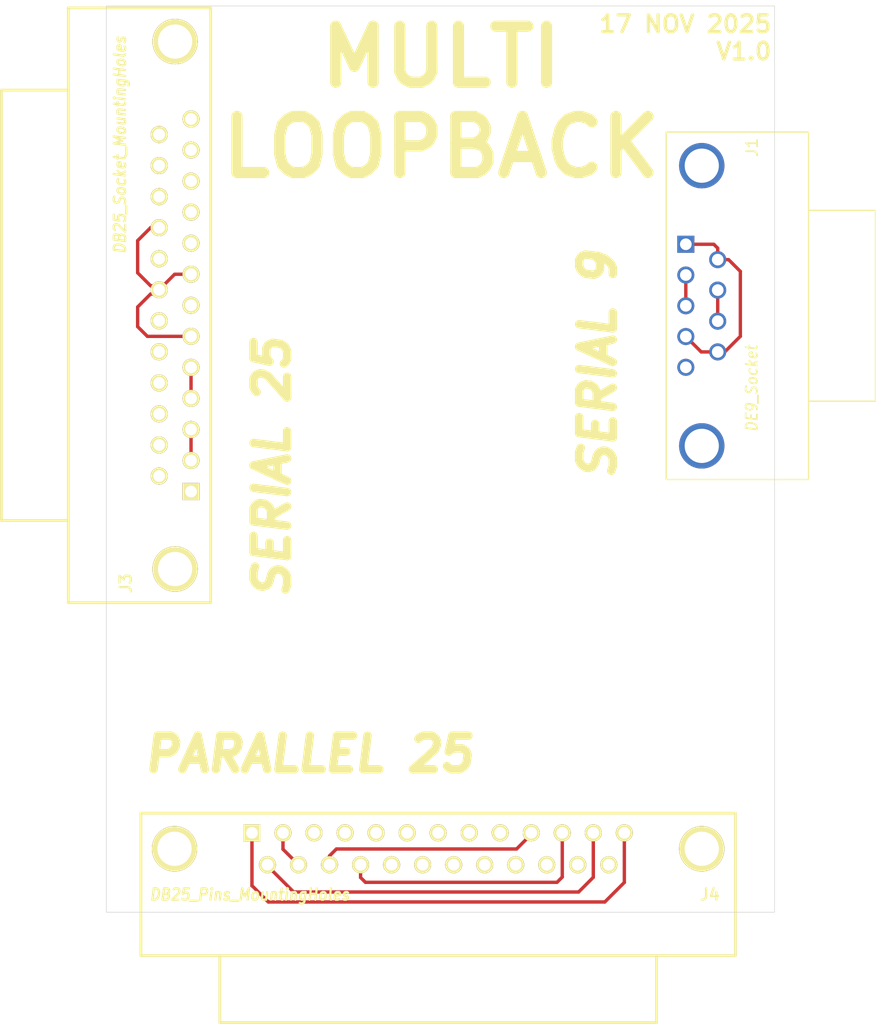
<source format=kicad_pcb>
(kicad_pcb (version 20241229) (generator "pcbnew") (generator_version "9.0")
  (layers (0 "F.Cu" signal) (2 "B.Cu" signal) (13 "F.Paste" user) (15 "B.Paste" user) (5 "F.SilkS" user "F.Silkscreen") (7 "B.SilkS" user "B.Silkscreen") (1 "F.Mask" user) (3 "B.Mask" user) (25 "Edge.Cuts" user))
  (net 0 "")
  (net 2 "Net-(J1-Pad1)")
  (net 3 "Net-(J1-Pad2)")
  (net 5 "Net-(J1-Pad7)")
  (net 12 "Net-(J3-P20)")
  (net 24 "Net-(J3-Pad2)")
  (net 25 "Net-(J3-Pad4)")
  (net 30 "Net-(J4-Pad1)")
  (net 31 "Net-(J4-P17)")
  (net 33 "Net-(J4-P16)")
  (net 37 "Net-(J4-P15)")
  (net 38 "Net-(J4-P14)")
  (footprint "Neils3:Conn_Dsub_DE9F" (layer "F.Cu") (at 129.3495 47.593 -90)
    (property "Reference" "J1" (at -14.1158 -4.4831 270) (layer "F.SilkS"))
    (property "Value" "DE9_Socket" (at 7.3726 -4.4577 270) (layer "F.SilkS") (effects (font (size 1 0.9) (thickness 0.15) (italic yes))))
    (fp_line (start -15.494 3.175) (end 15.494 3.175) (stroke (width 0.12)) (layer "F.SilkS"))
    (fp_line (start -15.494 3.175) (end -15.494 -9.525) (stroke (width 0.12)) (layer "F.SilkS"))
    (fp_line (start -15.494 -9.525) (end 15.494 -9.525) (stroke (width 0.12)) (layer "F.SilkS"))
    (fp_line (start -8.509 -9.525) (end -8.509 -15.494) (stroke (width 0.12)) (layer "F.SilkS"))
    (fp_line (start 15.494 -9.525) (end 15.494 3.175) (stroke (width 0.12)) (layer "F.SilkS"))
    (fp_line (start -8.509 -15.494) (end 8.509 -15.494) (stroke (width 0.12)) (layer "F.SilkS"))
    (fp_line (start 8.509 -15.494) (end 8.509 -9.525) (stroke (width 0.12)) (layer "F.SilkS"))
    (pad "0" thru_hole circle (at -12.49426 0 270) (size 4.04876 4.04876) (drill 3.05054) (layers "*.Cu" "*.Mask"))
    (pad "0" thru_hole circle (at 12.49426 0 270) (size 4.04876 4.04876) (drill 3.05054) (layers "*.Cu" "*.Mask"))
    (pad "1" thru_hole rect (at -5.4864 1.4224 270) (size 1.524 1.524) (drill 1.0414) (layers "*.Cu" "*.Mask") (net 2 "Net-(J1-Pad1)"))
    (pad "2" thru_hole circle (at -2.7432 1.4224 270) (size 1.524 1.524) (drill 1.0414) (layers "*.Cu" "*.Mask") (net 3 "Net-(J1-Pad2)"))
    (pad "3" thru_hole circle (at 0 1.4224 270) (size 1.524 1.524) (drill 1.0414) (layers "*.Cu" "*.Mask") (net 3 "Net-(J1-Pad2)"))
    (pad "4" thru_hole circle (at 2.7432 1.4224 270) (size 1.524 1.524) (drill 1.0414) (layers "*.Cu" "*.Mask") (net 2 "Net-(J1-Pad1)"))
    (pad "5" thru_hole circle (at 5.4864 1.4224 270) (size 1.524 1.524) (drill 1.0414) (layers "*.Cu" "*.Mask"))
    (pad "6" thru_hole circle (at -4.1148 -1.4224 270) (size 1.524 1.524) (drill 1.0414) (layers "*.Cu" "*.Mask") (net 2 "Net-(J1-Pad1)"))
    (pad "7" thru_hole circle (at -1.397 -1.4224 270) (size 1.524 1.524) (drill 1.0414) (layers "*.Cu" "*.Mask") (net 5 "Net-(J1-Pad7)"))
    (pad "8" thru_hole circle (at 1.3716 -1.4224 270) (size 1.524 1.524) (drill 1.0414) (layers "*.Cu" "*.Mask") (net 5 "Net-(J1-Pad7)"))
    (pad "9" thru_hole circle (at 4.1148 -1.4224 270) (size 1.524 1.524) (drill 1.0414) (layers "*.Cu" "*.Mask") (net 2 "Net-(J1-Pad1)"))
  )
  (footprint "Neils3:Conn_Dsub_DB25M" (layer "F.Cu") (at 105.8291 96.0184 180)
    (property "Reference" "J4" (at -24.2443 -4.083 0) (layer "F.SilkS") (effects (font (size 1.016 1.016) (thickness 0.2032))))
    (property "Value" "DB25_Pins_MountingHoles" (at 16.8021 -4.083 0) (layer "F.SilkS") (effects (font (size 1.016 0.9144) (thickness 0.2032) (italic yes))))
    (fp_line (start 26.52 -9.525) (end 26.52 3.175) (stroke (width 0.254)) (layer "F.SilkS"))
    (fp_line (start 19.48 -15.494) (end 19.48 -9.525) (stroke (width 0.254)) (layer "F.SilkS"))
    (fp_line (start -19.48 -9.525) (end -19.48 -15.494) (stroke (width 0.254)) (layer "F.SilkS"))
    (fp_line (start -19.48 -15.494) (end 19.48 -15.494) (stroke (width 0.254)) (layer "F.SilkS"))
    (fp_line (start -26.52 3.175) (end 26.52 3.175) (stroke (width 0.254)) (layer "F.SilkS"))
    (fp_line (start -26.52 3.175) (end -26.52 -9.525) (stroke (width 0.254)) (layer "F.SilkS"))
    (fp_line (start -26.52 -9.525) (end 26.52 -9.525) (stroke (width 0.254)) (layer "F.SilkS"))
    (pad "1" thru_hole rect (at 16.6116 1.4224 180) (size 1.524 1.524) (drill 1.0414) (layers "*.Cu" "*.Mask" "F.SilkS") (net 30 "Net-(J4-Pad1)"))
    (pad "2" thru_hole circle (at 13.843 1.4224 180) (size 1.524 1.524) (drill 1.0414) (layers "*.Cu" "*.Mask" "F.SilkS") (net 37 "Net-(J4-P15)"))
    (pad "3" thru_hole circle (at 11.0744 1.4224 180) (size 1.524 1.524) (drill 1.0414) (layers "*.Cu" "*.Mask" "F.SilkS"))
    (pad "4" thru_hole circle (at 8.3058 1.4224 180) (size 1.524 1.524) (drill 1.0414) (layers "*.Cu" "*.Mask" "F.SilkS"))
    (pad "5" thru_hole circle (at 5.5372 1.4224 180) (size 1.524 1.524) (drill 1.0414) (layers "*.Cu" "*.Mask" "F.SilkS"))
    (pad "6" thru_hole circle (at 2.7686 1.4224 180) (size 1.524 1.524) (drill 1.0414) (layers "*.Cu" "*.Mask" "F.SilkS"))
    (pad "7" thru_hole circle (at 0 1.4224 180) (size 1.524 1.524) (drill 1.0414) (layers "*.Cu" "*.Mask" "F.SilkS"))
    (pad "8" thru_hole circle (at -2.7686 1.4224 180) (size 1.524 1.524) (drill 1.0414) (layers "*.Cu" "*.Mask" "F.SilkS"))
    (pad "9" thru_hole circle (at -5.5372 1.4224 180) (size 1.524 1.524) (drill 1.0414) (layers "*.Cu" "*.Mask" "F.SilkS"))
    (pad "10" thru_hole circle (at -8.3058 1.4224 180) (size 1.524 1.524) (drill 1.0414) (layers "*.Cu" "*.Mask" "F.SilkS") (net 33 "Net-(J4-P16)"))
    (pad "11" thru_hole circle (at -11.0744 1.4224 180) (size 1.524 1.524) (drill 1.0414) (layers "*.Cu" "*.Mask" "F.SilkS") (net 31 "Net-(J4-P17)"))
    (pad "12" thru_hole circle (at -13.843 1.4224 180) (size 1.524 1.524) (drill 1.0414) (layers "*.Cu" "*.Mask" "F.SilkS") (net 38 "Net-(J4-P14)"))
    (pad "13" thru_hole circle (at -16.6116 1.4224 180) (size 1.524 1.524) (drill 1.0414) (layers "*.Cu" "*.Mask" "F.SilkS") (net 30 "Net-(J4-Pad1)"))
    (pad "14" thru_hole circle (at 15.2273 -1.4224 180) (size 1.524 1.524) (drill 1.0414) (layers "*.Cu" "*.Mask" "F.SilkS") (net 38 "Net-(J4-P14)"))
    (pad "15" thru_hole circle (at 12.4587 -1.4224 180) (size 1.524 1.524) (drill 1.0414) (layers "*.Cu" "*.Mask" "F.SilkS") (net 37 "Net-(J4-P15)"))
    (pad "16" thru_hole circle (at 9.6901 -1.4224 180) (size 1.524 1.524) (drill 1.0414) (layers "*.Cu" "*.Mask" "F.SilkS") (net 33 "Net-(J4-P16)"))
    (pad "17" thru_hole circle (at 6.9215 -1.4224 180) (size 1.524 1.524) (drill 1.0414) (layers "*.Cu" "*.Mask" "F.SilkS") (net 31 "Net-(J4-P17)"))
    (pad "18" thru_hole circle (at 4.1529 -1.4224 180) (size 1.524 1.524) (drill 1.0414) (layers "*.Cu" "*.Mask" "F.SilkS"))
    (pad "19" thru_hole circle (at 1.3843 -1.4224 180) (size 1.524 1.524) (drill 1.0414) (layers "*.Cu" "*.Mask" "F.SilkS"))
    (pad "20" thru_hole circle (at -1.3843 -1.4224 180) (size 1.524 1.524) (drill 1.0414) (layers "*.Cu" "*.Mask" "F.SilkS"))
    (pad "21" thru_hole circle (at -4.1529 -1.4224 180) (size 1.524 1.524) (drill 1.0414) (layers "*.Cu" "*.Mask" "F.SilkS"))
    (pad "22" thru_hole circle (at -6.9215 -1.4224 180) (size 1.524 1.524) (drill 1.0414) (layers "*.Cu" "*.Mask" "F.SilkS"))
    (pad "23" thru_hole circle (at -9.6901 -1.4224 180) (size 1.524 1.524) (drill 1.0414) (layers "*.Cu" "*.Mask" "F.SilkS"))
    (pad "24" thru_hole circle (at -12.4587 -1.4224 180) (size 1.524 1.524) (drill 1.0414) (layers "*.Cu" "*.Mask" "F.SilkS"))
    (pad "25" thru_hole circle (at -15.2273 -1.4224 180) (size 1.524 1.524) (drill 1.0414) (layers "*.Cu" "*.Mask" "F.SilkS"))
    (pad "GND" thru_hole circle (at -23.52 0 180) (size 4.04876 4.04876) (drill 3.05054) (layers "*.Cu" "*.Mask" "F.SilkS"))
    (pad "GND" thru_hole circle (at 23.52 0 180) (size 4.04876 4.04876) (drill 3.05054) (layers "*.Cu" "*.Mask" "F.SilkS"))
  )
  (footprint "Neils3:Conn_Dsub_DB25F" (layer "F.Cu") (at 82.3595 47.5488 90)
    (property "Reference" "J3" (at -24.7904 -4.4069 90) (layer "F.SilkS") (effects (font (size 1.016 1.016) (thickness 0.2032))))
    (property "Value" "DB25_Socket_MountingHoles" (at 14.3256 -4.9149 90) (layer "F.SilkS") (effects (font (size 1.016 0.9144) (thickness 0.2032) (italic yes))))
    (fp_line (start 19.19 -15.494) (end 19.19 -9.525) (stroke (width 0.254)) (layer "F.SilkS"))
    (fp_line (start -19.19 -15.494) (end 19.19 -15.494) (stroke (width 0.254)) (layer "F.SilkS"))
    (fp_line (start 26.52 -9.525) (end 26.52 3.175) (stroke (width 0.254)) (layer "F.SilkS"))
    (fp_line (start -19.19 -9.525) (end -19.19 -15.494) (stroke (width 0.254)) (layer "F.SilkS"))
    (fp_line (start -26.52 -9.525) (end 26.52 -9.525) (stroke (width 0.254)) (layer "F.SilkS"))
    (fp_line (start -26.52 3.175) (end -26.52 -9.525) (stroke (width 0.254)) (layer "F.SilkS"))
    (fp_line (start -26.52 3.175) (end 26.52 3.175) (stroke (width 0.254)) (layer "F.SilkS"))
    (pad "1" thru_hole rect (at -16.6116 1.4224 90) (size 1.524 1.524) (drill 1.0414) (layers "*.Cu" "*.Mask" "F.SilkS"))
    (pad "2" thru_hole circle (at -13.843 1.4224 90) (size 1.524 1.524) (drill 1.0414) (layers "*.Cu" "*.Mask" "F.SilkS") (net 24 "Net-(J3-Pad2)"))
    (pad "3" thru_hole circle (at -11.0744 1.4224 90) (size 1.524 1.524) (drill 1.0414) (layers "*.Cu" "*.Mask" "F.SilkS") (net 24 "Net-(J3-Pad2)"))
    (pad "4" thru_hole circle (at -8.3058 1.4224 90) (size 1.524 1.524) (drill 1.0414) (layers "*.Cu" "*.Mask" "F.SilkS") (net 25 "Net-(J3-Pad4)"))
    (pad "5" thru_hole circle (at -5.5372 1.4224 90) (size 1.524 1.524) (drill 1.0414) (layers "*.Cu" "*.Mask" "F.SilkS") (net 25 "Net-(J3-Pad4)"))
    (pad "6" thru_hole circle (at -2.7686 1.4224 90) (size 1.524 1.524) (drill 1.0414) (layers "*.Cu" "*.Mask" "F.SilkS") (net 12 "Net-(J3-P20)"))
    (pad "7" thru_hole circle (at 0 1.4224 90) (size 1.524 1.524) (drill 1.0414) (layers "*.Cu" "*.Mask" "F.SilkS"))
    (pad "8" thru_hole circle (at 2.7686 1.4224 90) (size 1.524 1.524) (drill 1.0414) (layers "*.Cu" "*.Mask" "F.SilkS") (net 12 "Net-(J3-P20)"))
    (pad "9" thru_hole circle (at 5.5372 1.4224 90) (size 1.524 1.524) (drill 1.0414) (layers "*.Cu" "*.Mask" "F.SilkS"))
    (pad "10" thru_hole circle (at 8.3058 1.4224 90) (size 1.524 1.524) (drill 1.0414) (layers "*.Cu" "*.Mask" "F.SilkS"))
    (pad "11" thru_hole circle (at 11.0744 1.4224 90) (size 1.524 1.524) (drill 1.0414) (layers "*.Cu" "*.Mask" "F.SilkS"))
    (pad "12" thru_hole circle (at 13.843 1.4224 90) (size 1.524 1.524) (drill 1.0414) (layers "*.Cu" "*.Mask" "F.SilkS"))
    (pad "13" thru_hole circle (at 16.6116 1.4224 90) (size 1.524 1.524) (drill 1.0414) (layers "*.Cu" "*.Mask" "F.SilkS"))
    (pad "14" thru_hole circle (at -15.2273 -1.4224 90) (size 1.524 1.524) (drill 1.0414) (layers "*.Cu" "*.Mask" "F.SilkS"))
    (pad "15" thru_hole circle (at -12.4587 -1.4224 90) (size 1.524 1.524) (drill 1.0414) (layers "*.Cu" "*.Mask" "F.SilkS"))
    (pad "16" thru_hole circle (at -9.6901 -1.4224 90) (size 1.524 1.524) (drill 1.0414) (layers "*.Cu" "*.Mask" "F.SilkS"))
    (pad "17" thru_hole circle (at -6.9215 -1.4224 90) (size 1.524 1.524) (drill 1.0414) (layers "*.Cu" "*.Mask" "F.SilkS"))
    (pad "18" thru_hole circle (at -4.1529 -1.4224 90) (size 1.524 1.524) (drill 1.0414) (layers "*.Cu" "*.Mask" "F.SilkS"))
    (pad "19" thru_hole circle (at -1.3843 -1.4224 90) (size 1.524 1.524) (drill 1.0414) (layers "*.Cu" "*.Mask" "F.SilkS"))
    (pad "20" thru_hole circle (at 1.3843 -1.4224 90) (size 1.524 1.524) (drill 1.0414) (layers "*.Cu" "*.Mask" "F.SilkS") (net 12 "Net-(J3-P20)"))
    (pad "21" thru_hole circle (at 4.1529 -1.4224 90) (size 1.524 1.524) (drill 1.0414) (layers "*.Cu" "*.Mask" "F.SilkS"))
    (pad "22" thru_hole circle (at 6.9215 -1.4224 90) (size 1.524 1.524) (drill 1.0414) (layers "*.Cu" "*.Mask" "F.SilkS") (net 12 "Net-(J3-P20)"))
    (pad "23" thru_hole circle (at 9.6901 -1.4224 90) (size 1.524 1.524) (drill 1.0414) (layers "*.Cu" "*.Mask" "F.SilkS"))
    (pad "24" thru_hole circle (at 12.4587 -1.4224 90) (size 1.524 1.524) (drill 1.0414) (layers "*.Cu" "*.Mask" "F.SilkS"))
    (pad "25" thru_hole circle (at 15.2273 -1.4224 90) (size 1.524 1.524) (drill 1.0414) (layers "*.Cu" "*.Mask" "F.SilkS"))
    (pad "GND" thru_hole circle (at -23.52 0 90) (size 4.04876 4.04876) (drill 3.05054) (layers "*.Cu" "*.Mask" "F.SilkS"))
    (pad "GND" thru_hole circle (at 23.52 0 90) (size 4.04876 4.04876) (drill 3.05054) (layers "*.Cu" "*.Mask" "F.SilkS"))
  )
  (gr_rect (start 76.2254 20.8534) (end 135.8392 101.6762) (stroke (width 0.05)) (fill no) (layer "Edge.Cuts"))
  (gr_text "PARALLEL 25" (at 79.248 89.3318 0) (layer "F.SilkS") (effects (font (size 3 3) (thickness 0.75) (bold yes) (italic yes)) (justify left bottom)))
  (gr_text "17 NOV 2025" (at 120.0404 23.3426 0) (layer "F.SilkS") (effects (font (size 1.5 1.5) (thickness 0.3) (bold yes)) (justify left bottom)))
  (gr_text "SERIAL 25" (at 92.7608 73.9648 90) (layer "F.SilkS") (effects (font (size 3 3) (thickness 0.75) (bold yes) (italic yes)) (justify left bottom)))
  (gr_text "V1.0" (at 130.4798 25.781 0) (layer "F.SilkS") (effects (font (size 1.5 1.5) (thickness 0.3) (bold yes)) (justify left bottom)))
  (gr_text "SERIAL 9" (at 121.8184 63.373 90) (layer "F.SilkS") (effects (font (size 3 3) (thickness 0.75) (bold yes) (italic yes)) (justify left bottom)))
  (gr_text "MULTI\nLOOPBACK" (at 106.0958 36.3728 0) (layer "F.SilkS") (effects (font (size 5 5) (thickness 1) (bold yes)) (justify bottom)))
  (segment (start 132.7912 50.3174) (end 131.4008 51.7078) (width 0.3) (layer "F.Cu") (net 2))
  (segment (start 130.7719 43.4782) (end 130.7719 42.4561) (width 0.3) (layer "F.Cu") (net 2))
  (segment (start 130.4224 42.1066) (end 127.9271 42.1066) (width 0.3) (layer "F.Cu") (net 2))
  (segment (start 130.7719 51.7078) (end 129.2987 51.7078) (width 0.3) (layer "F.Cu") (net 2))
  (segment (start 131.7432 43.4782) (end 132.7912 44.5262) (width 0.3) (layer "F.Cu") (net 2))
  (segment (start 132.7912 44.5262) (end 132.7912 50.3174) (width 0.3) (layer "F.Cu") (net 2))
  (segment (start 131.4008 51.7078) (end 130.7719 51.7078) (width 0.3) (layer "F.Cu") (net 2))
  (segment (start 129.2987 51.7078) (end 127.9271 50.3362) (width 0.3) (layer "F.Cu") (net 2))
  (segment (start 130.7719 42.4561) (end 130.4224 42.1066) (width 0.3) (layer "F.Cu") (net 2))
  (segment (start 130.7719 43.4782) (end 131.7432 43.4782) (width 0.3) (layer "F.Cu") (net 2))
  (segment (start 127.9271 44.8498) (end 127.9271 47.593) (width 0.3) (layer "F.Cu") (net 3))
  (segment (start 130.7719 46.196) (end 130.7719 48.9646) (width 0.3) (layer "F.Cu") (net 5))
  (segment (start 80.5561 46.5455) (end 80.9371 46.1645) (width 0.3) (layer "F.Cu") (net 12))
  (segment (start 80.5815 45.8089) (end 80.1751 45.8089) (width 0.3) (layer "F.Cu") (net 12))
  (segment (start 83.7819 50.3174) (end 79.883 50.3174) (width 0.3) (layer "F.Cu") (net 12))
  (segment (start 79.0194 49.4538) (end 79.0194 47.7012) (width 0.3) (layer "F.Cu") (net 12))
  (segment (start 80.1751 40.6273) (end 80.9371 40.6273) (width 0.3) (layer "F.Cu") (net 12))
  (segment (start 80.9371 46.1645) (end 82.3214 44.7802) (width 0.3) (layer "F.Cu") (net 12))
  (segment (start 79.0194 44.6532) (end 79.0194 41.783) (width 0.3) (layer "F.Cu") (net 12))
  (segment (start 79.883 50.3174) (end 79.0194 49.4538) (width 0.3) (layer "F.Cu") (net 12))
  (segment (start 80.1751 46.5455) (end 80.5561 46.5455) (width 0.3) (layer "F.Cu") (net 12))
  (segment (start 79.0194 47.7012) (end 80.1751 46.5455) (width 0.3) (layer "F.Cu") (net 12))
  (segment (start 80.9371 46.1645) (end 80.5815 45.8089) (width 0.3) (layer "F.Cu") (net 12))
  (segment (start 80.1751 45.8089) (end 79.0194 44.6532) (width 0.3) (layer "F.Cu") (net 12))
  (segment (start 79.0194 41.783) (end 80.1751 40.6273) (width 0.3) (layer "F.Cu") (net 12))
  (segment (start 82.3214 44.7802) (end 83.7819 44.7802) (width 0.3) (layer "F.Cu") (net 12))
  (segment (start 83.7819 58.6232) (end 83.7819 61.3918) (width 0.3) (layer "F.Cu") (net 24))
  (segment (start 83.7819 55.8546) (end 83.7819 53.086) (width 0.3) (layer "F.Cu") (net 25))
  (segment (start 89.2302 99.314) (end 89.2175 99.3267) (width 0.3) (layer "F.Cu") (net 30))
  (segment (start 89.2175 99.3267) (end 89.2175 94.596) (width 0.3) (layer "F.Cu") (net 30))
  (segment (start 122.4407 94.596) (end 122.4407 99.0219) (width 0.3) (layer "F.Cu") (net 30))
  (segment (start 90.678 100.7618) (end 89.2302 99.314) (width 0.3) (layer "F.Cu") (net 30))
  (segment (start 120.7008 100.7618) (end 90.678 100.7618) (width 0.3) (layer "F.Cu") (net 30))
  (segment (start 122.4407 99.0219) (end 120.7008 100.7618) (width 0.3) (layer "F.Cu") (net 30))
  (segment (start 116.9035 98.5393) (end 116.4336 99.0092) (width 0.3) (layer "F.Cu") (net 31))
  (segment (start 98.9076 98.5774) (end 98.9076 97.4408) (width 0.3) (layer "F.Cu") (net 31))
  (segment (start 99.3394 99.0092) (end 98.9076 98.5774) (width 0.3) (layer "F.Cu") (net 31))
  (segment (start 116.4336 99.0092) (end 99.3394 99.0092) (width 0.3) (layer "F.Cu") (net 31))
  (segment (start 116.9035 94.596) (end 116.9035 98.5393) (width 0.3) (layer "F.Cu") (net 31))
  (segment (start 112.8268 96.0374) (end 114.1349 94.7293) (width 0.3) (layer "F.Cu") (net 33))
  (segment (start 96.139 96.647) (end 96.7486 96.0374) (width 0.3) (layer "F.Cu") (net 33))
  (segment (start 114.1349 94.7293) (end 114.1349 94.596) (width 0.3) (layer "F.Cu") (net 33))
  (segment (start 96.7486 96.0374) (end 112.8268 96.0374) (width 0.3) (layer "F.Cu") (net 33))
  (segment (start 96.139 97.4408) (end 96.139 96.647) (width 0.3) (layer "F.Cu") (net 33))
  (segment (start 91.9861 94.596) (end 91.9861 96.0565) (width 0.3) (layer "F.Cu") (net 37))
  (segment (start 91.9861 96.0565) (end 93.3704 97.4408) (width 0.3) (layer "F.Cu") (net 37))
  (segment (start 118.364 99.8728) (end 92.9386 99.8728) (width 0.3) (layer "F.Cu") (net 38))
  (segment (start 90.6018 97.536) (end 90.6018 97.4408) (width 0.3) (layer "F.Cu") (net 38))
  (segment (start 119.6721 98.5647) (end 118.364 99.8728) (width 0.3) (layer "F.Cu") (net 38))
  (segment (start 92.9386 99.8728) (end 90.6018 97.536) (width 0.3) (layer "F.Cu") (net 38))
  (segment (start 119.6721 94.596) (end 119.6721 98.5647) (width 0.3) (layer "F.Cu") (net 38))
)
</source>
